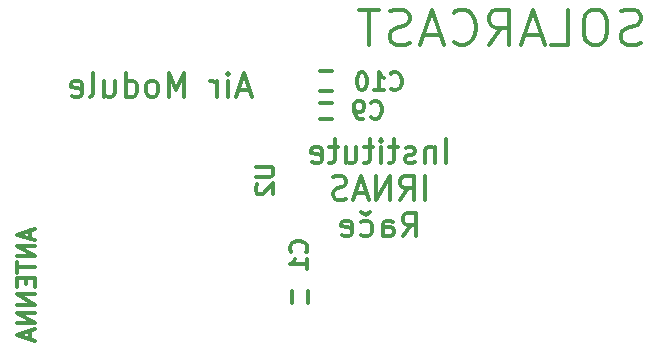
<source format=gbo>
G04 #@! TF.FileFunction,Legend,Bot*
%FSLAX46Y46*%
G04 Gerber Fmt 4.6, Leading zero omitted, Abs format (unit mm)*
G04 Created by KiCad (PCBNEW 4.0.0-rc1-stable) date 27.1.2017 15:04:52*
%MOMM*%
G01*
G04 APERTURE LIST*
%ADD10C,0.100000*%
%ADD11C,0.300000*%
G04 APERTURE END LIST*
D10*
D11*
X39456667Y20165238D02*
X39456667Y22165238D01*
X38504286Y21498571D02*
X38504286Y20165238D01*
X38504286Y21308095D02*
X38409047Y21403333D01*
X38218571Y21498571D01*
X37932857Y21498571D01*
X37742381Y21403333D01*
X37647143Y21212857D01*
X37647143Y20165238D01*
X36790000Y20260476D02*
X36599523Y20165238D01*
X36218571Y20165238D01*
X36028095Y20260476D01*
X35932857Y20450952D01*
X35932857Y20546190D01*
X36028095Y20736667D01*
X36218571Y20831905D01*
X36504285Y20831905D01*
X36694762Y20927143D01*
X36790000Y21117619D01*
X36790000Y21212857D01*
X36694762Y21403333D01*
X36504285Y21498571D01*
X36218571Y21498571D01*
X36028095Y21403333D01*
X35361428Y21498571D02*
X34599523Y21498571D01*
X35075714Y22165238D02*
X35075714Y20450952D01*
X34980475Y20260476D01*
X34789999Y20165238D01*
X34599523Y20165238D01*
X33932857Y20165238D02*
X33932857Y21498571D01*
X33932857Y22165238D02*
X34028095Y22070000D01*
X33932857Y21974762D01*
X33837618Y22070000D01*
X33932857Y22165238D01*
X33932857Y21974762D01*
X33266190Y21498571D02*
X32504285Y21498571D01*
X32980476Y22165238D02*
X32980476Y20450952D01*
X32885237Y20260476D01*
X32694761Y20165238D01*
X32504285Y20165238D01*
X30980476Y21498571D02*
X30980476Y20165238D01*
X31837619Y21498571D02*
X31837619Y20450952D01*
X31742380Y20260476D01*
X31551904Y20165238D01*
X31266190Y20165238D01*
X31075714Y20260476D01*
X30980476Y20355714D01*
X30313809Y21498571D02*
X29551904Y21498571D01*
X30028095Y22165238D02*
X30028095Y20450952D01*
X29932856Y20260476D01*
X29742380Y20165238D01*
X29551904Y20165238D01*
X28123333Y20260476D02*
X28313809Y20165238D01*
X28694761Y20165238D01*
X28885238Y20260476D01*
X28980476Y20450952D01*
X28980476Y21212857D01*
X28885238Y21403333D01*
X28694761Y21498571D01*
X28313809Y21498571D01*
X28123333Y21403333D01*
X28028095Y21212857D01*
X28028095Y21022381D01*
X28980476Y20831905D01*
X37647143Y17065238D02*
X37647143Y19065238D01*
X35551904Y17065238D02*
X36218571Y18017619D01*
X36694762Y17065238D02*
X36694762Y19065238D01*
X35932857Y19065238D01*
X35742381Y18970000D01*
X35647142Y18874762D01*
X35551904Y18684286D01*
X35551904Y18398571D01*
X35647142Y18208095D01*
X35742381Y18112857D01*
X35932857Y18017619D01*
X36694762Y18017619D01*
X34694762Y17065238D02*
X34694762Y19065238D01*
X33551904Y17065238D01*
X33551904Y19065238D01*
X32694762Y17636667D02*
X31742381Y17636667D01*
X32885238Y17065238D02*
X32218571Y19065238D01*
X31551904Y17065238D01*
X30980476Y17160476D02*
X30694761Y17065238D01*
X30218571Y17065238D01*
X30028095Y17160476D01*
X29932857Y17255714D01*
X29837618Y17446190D01*
X29837618Y17636667D01*
X29932857Y17827143D01*
X30028095Y17922381D01*
X30218571Y18017619D01*
X30599523Y18112857D01*
X30789999Y18208095D01*
X30885238Y18303333D01*
X30980476Y18493810D01*
X30980476Y18684286D01*
X30885238Y18874762D01*
X30789999Y18970000D01*
X30599523Y19065238D01*
X30123333Y19065238D01*
X29837618Y18970000D01*
X35790000Y13965238D02*
X36456667Y14917619D01*
X36932858Y13965238D02*
X36932858Y15965238D01*
X36170953Y15965238D01*
X35980477Y15870000D01*
X35885238Y15774762D01*
X35790000Y15584286D01*
X35790000Y15298571D01*
X35885238Y15108095D01*
X35980477Y15012857D01*
X36170953Y14917619D01*
X36932858Y14917619D01*
X34075715Y13965238D02*
X34075715Y15012857D01*
X34170953Y15203333D01*
X34361429Y15298571D01*
X34742381Y15298571D01*
X34932858Y15203333D01*
X34075715Y14060476D02*
X34266191Y13965238D01*
X34742381Y13965238D01*
X34932858Y14060476D01*
X35028096Y14250952D01*
X35028096Y14441429D01*
X34932858Y14631905D01*
X34742381Y14727143D01*
X34266191Y14727143D01*
X34075715Y14822381D01*
X32266191Y14060476D02*
X32456667Y13965238D01*
X32837619Y13965238D01*
X33028095Y14060476D01*
X33123334Y14155714D01*
X33218572Y14346190D01*
X33218572Y14917619D01*
X33123334Y15108095D01*
X33028095Y15203333D01*
X32837619Y15298571D01*
X32456667Y15298571D01*
X32266191Y15203333D01*
X33028095Y16060476D02*
X32647143Y15774762D01*
X32266191Y16060476D01*
X30647143Y14060476D02*
X30837619Y13965238D01*
X31218571Y13965238D01*
X31409048Y14060476D01*
X31504286Y14250952D01*
X31504286Y15012857D01*
X31409048Y15203333D01*
X31218571Y15298571D01*
X30837619Y15298571D01*
X30647143Y15203333D01*
X30551905Y15012857D01*
X30551905Y14822381D01*
X31504286Y14631905D01*
X22811429Y26356667D02*
X21859048Y26356667D01*
X23001905Y25785238D02*
X22335238Y27785238D01*
X21668571Y25785238D01*
X21001905Y25785238D02*
X21001905Y27118571D01*
X21001905Y27785238D02*
X21097143Y27690000D01*
X21001905Y27594762D01*
X20906666Y27690000D01*
X21001905Y27785238D01*
X21001905Y27594762D01*
X20049524Y25785238D02*
X20049524Y27118571D01*
X20049524Y26737619D02*
X19954285Y26928095D01*
X19859047Y27023333D01*
X19668571Y27118571D01*
X19478095Y27118571D01*
X17287619Y25785238D02*
X17287619Y27785238D01*
X16620952Y26356667D01*
X15954285Y27785238D01*
X15954285Y25785238D01*
X14716190Y25785238D02*
X14906666Y25880476D01*
X15001905Y25975714D01*
X15097143Y26166190D01*
X15097143Y26737619D01*
X15001905Y26928095D01*
X14906666Y27023333D01*
X14716190Y27118571D01*
X14430476Y27118571D01*
X14240000Y27023333D01*
X14144762Y26928095D01*
X14049524Y26737619D01*
X14049524Y26166190D01*
X14144762Y25975714D01*
X14240000Y25880476D01*
X14430476Y25785238D01*
X14716190Y25785238D01*
X12335238Y25785238D02*
X12335238Y27785238D01*
X12335238Y25880476D02*
X12525714Y25785238D01*
X12906666Y25785238D01*
X13097142Y25880476D01*
X13192381Y25975714D01*
X13287619Y26166190D01*
X13287619Y26737619D01*
X13192381Y26928095D01*
X13097142Y27023333D01*
X12906666Y27118571D01*
X12525714Y27118571D01*
X12335238Y27023333D01*
X10525714Y27118571D02*
X10525714Y25785238D01*
X11382857Y27118571D02*
X11382857Y26070952D01*
X11287618Y25880476D01*
X11097142Y25785238D01*
X10811428Y25785238D01*
X10620952Y25880476D01*
X10525714Y25975714D01*
X9287618Y25785238D02*
X9478094Y25880476D01*
X9573333Y26070952D01*
X9573333Y27785238D01*
X7763809Y25880476D02*
X7954285Y25785238D01*
X8335237Y25785238D01*
X8525714Y25880476D01*
X8620952Y26070952D01*
X8620952Y26832857D01*
X8525714Y27023333D01*
X8335237Y27118571D01*
X7954285Y27118571D01*
X7763809Y27023333D01*
X7668571Y26832857D01*
X7668571Y26642381D01*
X8620952Y26451905D01*
X55945714Y30305714D02*
X55517143Y30162857D01*
X54802857Y30162857D01*
X54517143Y30305714D01*
X54374286Y30448571D01*
X54231429Y30734286D01*
X54231429Y31020000D01*
X54374286Y31305714D01*
X54517143Y31448571D01*
X54802857Y31591429D01*
X55374286Y31734286D01*
X55660000Y31877143D01*
X55802857Y32020000D01*
X55945714Y32305714D01*
X55945714Y32591429D01*
X55802857Y32877143D01*
X55660000Y33020000D01*
X55374286Y33162857D01*
X54660000Y33162857D01*
X54231429Y33020000D01*
X52374286Y33162857D02*
X51802857Y33162857D01*
X51517143Y33020000D01*
X51231429Y32734286D01*
X51088571Y32162857D01*
X51088571Y31162857D01*
X51231429Y30591429D01*
X51517143Y30305714D01*
X51802857Y30162857D01*
X52374286Y30162857D01*
X52660000Y30305714D01*
X52945714Y30591429D01*
X53088571Y31162857D01*
X53088571Y32162857D01*
X52945714Y32734286D01*
X52660000Y33020000D01*
X52374286Y33162857D01*
X48374286Y30162857D02*
X49802857Y30162857D01*
X49802857Y33162857D01*
X47517143Y31020000D02*
X46088572Y31020000D01*
X47802858Y30162857D02*
X46802858Y33162857D01*
X45802858Y30162857D01*
X43088572Y30162857D02*
X44088572Y31591429D01*
X44802857Y30162857D02*
X44802857Y33162857D01*
X43660000Y33162857D01*
X43374286Y33020000D01*
X43231429Y32877143D01*
X43088572Y32591429D01*
X43088572Y32162857D01*
X43231429Y31877143D01*
X43374286Y31734286D01*
X43660000Y31591429D01*
X44802857Y31591429D01*
X40088572Y30448571D02*
X40231429Y30305714D01*
X40660000Y30162857D01*
X40945714Y30162857D01*
X41374286Y30305714D01*
X41660000Y30591429D01*
X41802857Y30877143D01*
X41945714Y31448571D01*
X41945714Y31877143D01*
X41802857Y32448571D01*
X41660000Y32734286D01*
X41374286Y33020000D01*
X40945714Y33162857D01*
X40660000Y33162857D01*
X40231429Y33020000D01*
X40088572Y32877143D01*
X38945714Y31020000D02*
X37517143Y31020000D01*
X39231429Y30162857D02*
X38231429Y33162857D01*
X37231429Y30162857D01*
X36374285Y30305714D02*
X35945714Y30162857D01*
X35231428Y30162857D01*
X34945714Y30305714D01*
X34802857Y30448571D01*
X34660000Y30734286D01*
X34660000Y31020000D01*
X34802857Y31305714D01*
X34945714Y31448571D01*
X35231428Y31591429D01*
X35802857Y31734286D01*
X36088571Y31877143D01*
X36231428Y32020000D01*
X36374285Y32305714D01*
X36374285Y32591429D01*
X36231428Y32877143D01*
X36088571Y33020000D01*
X35802857Y33162857D01*
X35088571Y33162857D01*
X34660000Y33020000D01*
X33802857Y33162857D02*
X32088571Y33162857D01*
X32945714Y30162857D02*
X32945714Y33162857D01*
X29785000Y26240000D02*
X28785000Y26240000D01*
X28785000Y27940000D02*
X29785000Y27940000D01*
X29810000Y25255000D02*
X28810000Y25255000D01*
X28810000Y23905000D02*
X29810000Y23905000D01*
X26385000Y9320000D02*
X26385000Y8320000D01*
X27735000Y8320000D02*
X27735000Y9320000D01*
X34754285Y26474286D02*
X34825714Y26402857D01*
X35040000Y26331429D01*
X35182857Y26331429D01*
X35397142Y26402857D01*
X35540000Y26545714D01*
X35611428Y26688571D01*
X35682857Y26974286D01*
X35682857Y27188571D01*
X35611428Y27474286D01*
X35540000Y27617143D01*
X35397142Y27760000D01*
X35182857Y27831429D01*
X35040000Y27831429D01*
X34825714Y27760000D01*
X34754285Y27688571D01*
X33325714Y26331429D02*
X34182857Y26331429D01*
X33754285Y26331429D02*
X33754285Y27831429D01*
X33897142Y27617143D01*
X34040000Y27474286D01*
X34182857Y27402857D01*
X32397143Y27831429D02*
X32254286Y27831429D01*
X32111429Y27760000D01*
X32040000Y27688571D01*
X31968571Y27545714D01*
X31897143Y27260000D01*
X31897143Y26902857D01*
X31968571Y26617143D01*
X32040000Y26474286D01*
X32111429Y26402857D01*
X32254286Y26331429D01*
X32397143Y26331429D01*
X32540000Y26402857D01*
X32611429Y26474286D01*
X32682857Y26617143D01*
X32754286Y26902857D01*
X32754286Y27260000D01*
X32682857Y27545714D01*
X32611429Y27688571D01*
X32540000Y27760000D01*
X32397143Y27831429D01*
X33089999Y24074286D02*
X33161428Y24002857D01*
X33375714Y23931429D01*
X33518571Y23931429D01*
X33732856Y24002857D01*
X33875714Y24145714D01*
X33947142Y24288571D01*
X34018571Y24574286D01*
X34018571Y24788571D01*
X33947142Y25074286D01*
X33875714Y25217143D01*
X33732856Y25360000D01*
X33518571Y25431429D01*
X33375714Y25431429D01*
X33161428Y25360000D01*
X33089999Y25288571D01*
X32375714Y23931429D02*
X32089999Y23931429D01*
X31947142Y24002857D01*
X31875714Y24074286D01*
X31732856Y24288571D01*
X31661428Y24574286D01*
X31661428Y25145714D01*
X31732856Y25288571D01*
X31804285Y25360000D01*
X31947142Y25431429D01*
X32232856Y25431429D01*
X32375714Y25360000D01*
X32447142Y25288571D01*
X32518571Y25145714D01*
X32518571Y24788571D01*
X32447142Y24645714D01*
X32375714Y24574286D01*
X32232856Y24502857D01*
X31947142Y24502857D01*
X31804285Y24574286D01*
X31732856Y24645714D01*
X31661428Y24788571D01*
X27570714Y12594999D02*
X27642143Y12666428D01*
X27713571Y12880714D01*
X27713571Y13023571D01*
X27642143Y13237856D01*
X27499286Y13380714D01*
X27356429Y13452142D01*
X27070714Y13523571D01*
X26856429Y13523571D01*
X26570714Y13452142D01*
X26427857Y13380714D01*
X26285000Y13237856D01*
X26213571Y13023571D01*
X26213571Y12880714D01*
X26285000Y12666428D01*
X26356429Y12594999D01*
X27713571Y11166428D02*
X27713571Y12023571D01*
X27713571Y11594999D02*
X26213571Y11594999D01*
X26427857Y11737856D01*
X26570714Y11880714D01*
X26642143Y12023571D01*
X23328571Y19862857D02*
X24542857Y19862857D01*
X24685714Y19791429D01*
X24757143Y19720000D01*
X24828571Y19577143D01*
X24828571Y19291429D01*
X24757143Y19148571D01*
X24685714Y19077143D01*
X24542857Y19005714D01*
X23328571Y19005714D01*
X23471429Y18362857D02*
X23400000Y18291428D01*
X23328571Y18148571D01*
X23328571Y17791428D01*
X23400000Y17648571D01*
X23471429Y17577142D01*
X23614286Y17505714D01*
X23757143Y17505714D01*
X23971429Y17577142D01*
X24828571Y18434285D01*
X24828571Y17505714D01*
X4230000Y14467143D02*
X4230000Y13752857D01*
X4658571Y14610000D02*
X3158571Y14110000D01*
X4658571Y13610000D01*
X4658571Y13110000D02*
X3158571Y13110000D01*
X4658571Y12252857D01*
X3158571Y12252857D01*
X3158571Y11752857D02*
X3158571Y10895714D01*
X4658571Y11324285D02*
X3158571Y11324285D01*
X3872857Y10395714D02*
X3872857Y9895714D01*
X4658571Y9681428D02*
X4658571Y10395714D01*
X3158571Y10395714D01*
X3158571Y9681428D01*
X4658571Y9038571D02*
X3158571Y9038571D01*
X4658571Y8181428D01*
X3158571Y8181428D01*
X4658571Y7467142D02*
X3158571Y7467142D01*
X4658571Y6609999D01*
X3158571Y6609999D01*
X4230000Y5967142D02*
X4230000Y5252856D01*
X4658571Y6109999D02*
X3158571Y5609999D01*
X4658571Y5109999D01*
M02*

</source>
